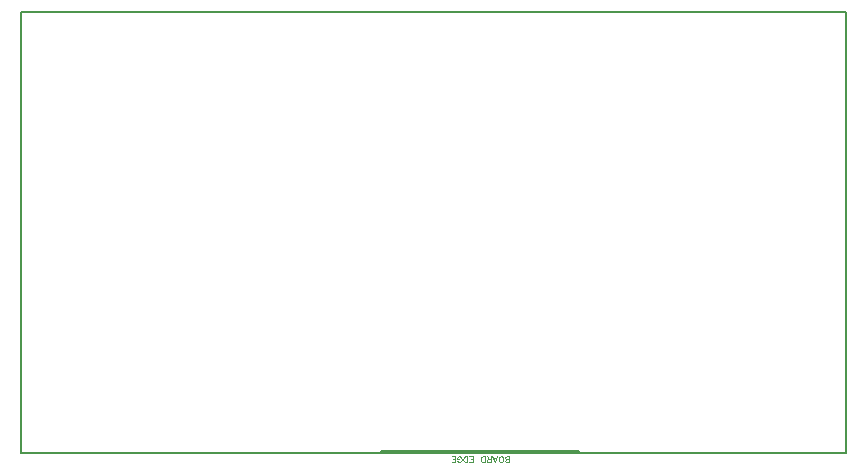
<source format=gbr>
G04 DipTrace 2.4.0.2*
%INTopAssy.gbr*%
%MOIN*%
%ADD10C,0.0098*%
%ADD11C,0.0055*%
%ADD12C,0.003*%
%FSLAX44Y44*%
G04*
G70*
G90*
G75*
G01*
%LNTopAssy*%
%LPD*%
X22496Y4005D2*
D10*
X15913D1*
X20199Y3622D2*
D12*
Y3823D1*
X20112D1*
X20084Y3813D1*
X20074Y3804D1*
X20065Y3785D1*
Y3756D1*
X20074Y3737D1*
X20084Y3727D1*
X20112Y3718D1*
X20084Y3708D1*
X20074Y3698D1*
X20065Y3679D1*
Y3660D1*
X20074Y3641D1*
X20084Y3631D1*
X20112Y3622D1*
X20199D1*
Y3718D2*
X20112D1*
X19945Y3622D2*
X19965Y3631D1*
X19984Y3651D1*
X19993Y3670D1*
X20003Y3698D1*
Y3746D1*
X19993Y3775D1*
X19984Y3794D1*
X19965Y3813D1*
X19945Y3823D1*
X19907D1*
X19888Y3813D1*
X19869Y3794D1*
X19859Y3775D1*
X19850Y3746D1*
Y3698D1*
X19859Y3670D1*
X19869Y3651D1*
X19888Y3631D1*
X19907Y3622D1*
X19945D1*
X19635Y3823D2*
X19712Y3622D1*
X19788Y3823D1*
X19759Y3756D2*
X19664D1*
X19573Y3718D2*
X19487D1*
X19458Y3708D1*
X19449Y3698D1*
X19439Y3679D1*
Y3660D1*
X19449Y3641D1*
X19458Y3631D1*
X19487Y3622D1*
X19573D1*
Y3823D1*
X19506Y3718D2*
X19439Y3823D1*
X19377Y3622D2*
Y3823D1*
X19310D1*
X19282Y3813D1*
X19262Y3794D1*
X19253Y3775D1*
X19243Y3746D1*
Y3698D1*
X19253Y3670D1*
X19262Y3651D1*
X19282Y3631D1*
X19310Y3622D1*
X19377D1*
X18863D2*
X18987D1*
Y3823D1*
X18863D1*
X18987Y3718D2*
X18911D1*
X18801Y3622D2*
Y3823D1*
X18734D1*
X18706Y3813D1*
X18686Y3794D1*
X18677Y3775D1*
X18667Y3746D1*
Y3698D1*
X18677Y3670D1*
X18686Y3651D1*
X18706Y3631D1*
X18734Y3622D1*
X18801D1*
X18462Y3670D2*
X18472Y3651D1*
X18491Y3631D1*
X18510Y3622D1*
X18548D1*
X18567Y3631D1*
X18586Y3651D1*
X18596Y3670D1*
X18606Y3698D1*
Y3746D1*
X18596Y3775D1*
X18586Y3794D1*
X18567Y3813D1*
X18548Y3823D1*
X18510D1*
X18491Y3813D1*
X18472Y3794D1*
X18462Y3775D1*
Y3746D1*
X18510D1*
X18276Y3622D2*
X18400D1*
Y3823D1*
X18276D1*
X18400Y3718D2*
X18324D1*
X3937Y3937D2*
D11*
X31417D1*
Y18634D1*
X3937D1*
Y3937D1*
M02*

</source>
